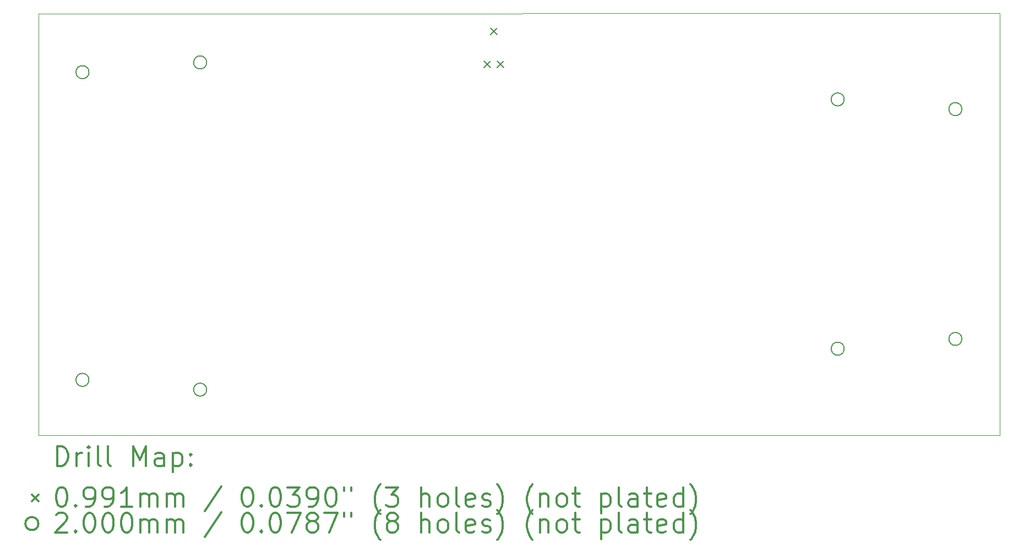
<source format=gbr>
%FSLAX45Y45*%
G04 Gerber Fmt 4.5, Leading zero omitted, Abs format (unit mm)*
G04 Created by KiCad (PCBNEW 5.1.10-1.fc34) date 2021-07-05 17:19:39*
%MOMM*%
%LPD*%
G01*
G04 APERTURE LIST*
%TA.AperFunction,Profile*%
%ADD10C,0.050000*%
%TD*%
%ADD11C,0.200000*%
%ADD12C,0.300000*%
G04 APERTURE END LIST*
D10*
X21456650Y-12938900D02*
X21456650Y-6438900D01*
X6677550Y-12941200D02*
X21456650Y-12938900D01*
X6677550Y-6441200D02*
X6677550Y-12941200D01*
X21456650Y-6438900D02*
X6677550Y-6441200D01*
D11*
X13528870Y-7177420D02*
X13627930Y-7276480D01*
X13627930Y-7177420D02*
X13528870Y-7276480D01*
X13630470Y-6669420D02*
X13729530Y-6768480D01*
X13729530Y-6669420D02*
X13630470Y-6768480D01*
X13732070Y-7177420D02*
X13831130Y-7276480D01*
X13831130Y-7177420D02*
X13732070Y-7276480D01*
X7452800Y-7345500D02*
G75*
G03*
X7452800Y-7345500I-100000J0D01*
G01*
X7452800Y-12085500D02*
G75*
G03*
X7452800Y-12085500I-100000J0D01*
G01*
X9262800Y-7195500D02*
G75*
G03*
X9262800Y-7195500I-100000J0D01*
G01*
X9262800Y-12235500D02*
G75*
G03*
X9262800Y-12235500I-100000J0D01*
G01*
X19067800Y-7764850D02*
G75*
G03*
X19067800Y-7764850I-100000J0D01*
G01*
X19067800Y-11604850D02*
G75*
G03*
X19067800Y-11604850I-100000J0D01*
G01*
X20877800Y-7914850D02*
G75*
G03*
X20877800Y-7914850I-100000J0D01*
G01*
X20877800Y-11454850D02*
G75*
G03*
X20877800Y-11454850I-100000J0D01*
G01*
D12*
X6961478Y-13409414D02*
X6961478Y-13109414D01*
X7032907Y-13109414D01*
X7075764Y-13123700D01*
X7104336Y-13152271D01*
X7118621Y-13180843D01*
X7132907Y-13237986D01*
X7132907Y-13280843D01*
X7118621Y-13337986D01*
X7104336Y-13366557D01*
X7075764Y-13395129D01*
X7032907Y-13409414D01*
X6961478Y-13409414D01*
X7261478Y-13409414D02*
X7261478Y-13209414D01*
X7261478Y-13266557D02*
X7275764Y-13237986D01*
X7290050Y-13223700D01*
X7318621Y-13209414D01*
X7347193Y-13209414D01*
X7447193Y-13409414D02*
X7447193Y-13209414D01*
X7447193Y-13109414D02*
X7432907Y-13123700D01*
X7447193Y-13137986D01*
X7461478Y-13123700D01*
X7447193Y-13109414D01*
X7447193Y-13137986D01*
X7632907Y-13409414D02*
X7604336Y-13395129D01*
X7590050Y-13366557D01*
X7590050Y-13109414D01*
X7790050Y-13409414D02*
X7761478Y-13395129D01*
X7747193Y-13366557D01*
X7747193Y-13109414D01*
X8132907Y-13409414D02*
X8132907Y-13109414D01*
X8232907Y-13323700D01*
X8332907Y-13109414D01*
X8332907Y-13409414D01*
X8604336Y-13409414D02*
X8604336Y-13252271D01*
X8590050Y-13223700D01*
X8561478Y-13209414D01*
X8504336Y-13209414D01*
X8475764Y-13223700D01*
X8604336Y-13395129D02*
X8575764Y-13409414D01*
X8504336Y-13409414D01*
X8475764Y-13395129D01*
X8461478Y-13366557D01*
X8461478Y-13337986D01*
X8475764Y-13309414D01*
X8504336Y-13295129D01*
X8575764Y-13295129D01*
X8604336Y-13280843D01*
X8747193Y-13209414D02*
X8747193Y-13509414D01*
X8747193Y-13223700D02*
X8775764Y-13209414D01*
X8832907Y-13209414D01*
X8861478Y-13223700D01*
X8875764Y-13237986D01*
X8890050Y-13266557D01*
X8890050Y-13352271D01*
X8875764Y-13380843D01*
X8861478Y-13395129D01*
X8832907Y-13409414D01*
X8775764Y-13409414D01*
X8747193Y-13395129D01*
X9018621Y-13380843D02*
X9032907Y-13395129D01*
X9018621Y-13409414D01*
X9004336Y-13395129D01*
X9018621Y-13380843D01*
X9018621Y-13409414D01*
X9018621Y-13223700D02*
X9032907Y-13237986D01*
X9018621Y-13252271D01*
X9004336Y-13237986D01*
X9018621Y-13223700D01*
X9018621Y-13252271D01*
X6575990Y-13854170D02*
X6675050Y-13953230D01*
X6675050Y-13854170D02*
X6575990Y-13953230D01*
X7018621Y-13739414D02*
X7047193Y-13739414D01*
X7075764Y-13753700D01*
X7090050Y-13767986D01*
X7104336Y-13796557D01*
X7118621Y-13853700D01*
X7118621Y-13925129D01*
X7104336Y-13982271D01*
X7090050Y-14010843D01*
X7075764Y-14025129D01*
X7047193Y-14039414D01*
X7018621Y-14039414D01*
X6990050Y-14025129D01*
X6975764Y-14010843D01*
X6961478Y-13982271D01*
X6947193Y-13925129D01*
X6947193Y-13853700D01*
X6961478Y-13796557D01*
X6975764Y-13767986D01*
X6990050Y-13753700D01*
X7018621Y-13739414D01*
X7247193Y-14010843D02*
X7261478Y-14025129D01*
X7247193Y-14039414D01*
X7232907Y-14025129D01*
X7247193Y-14010843D01*
X7247193Y-14039414D01*
X7404336Y-14039414D02*
X7461478Y-14039414D01*
X7490050Y-14025129D01*
X7504336Y-14010843D01*
X7532907Y-13967986D01*
X7547193Y-13910843D01*
X7547193Y-13796557D01*
X7532907Y-13767986D01*
X7518621Y-13753700D01*
X7490050Y-13739414D01*
X7432907Y-13739414D01*
X7404336Y-13753700D01*
X7390050Y-13767986D01*
X7375764Y-13796557D01*
X7375764Y-13867986D01*
X7390050Y-13896557D01*
X7404336Y-13910843D01*
X7432907Y-13925129D01*
X7490050Y-13925129D01*
X7518621Y-13910843D01*
X7532907Y-13896557D01*
X7547193Y-13867986D01*
X7690050Y-14039414D02*
X7747193Y-14039414D01*
X7775764Y-14025129D01*
X7790050Y-14010843D01*
X7818621Y-13967986D01*
X7832907Y-13910843D01*
X7832907Y-13796557D01*
X7818621Y-13767986D01*
X7804336Y-13753700D01*
X7775764Y-13739414D01*
X7718621Y-13739414D01*
X7690050Y-13753700D01*
X7675764Y-13767986D01*
X7661478Y-13796557D01*
X7661478Y-13867986D01*
X7675764Y-13896557D01*
X7690050Y-13910843D01*
X7718621Y-13925129D01*
X7775764Y-13925129D01*
X7804336Y-13910843D01*
X7818621Y-13896557D01*
X7832907Y-13867986D01*
X8118621Y-14039414D02*
X7947193Y-14039414D01*
X8032907Y-14039414D02*
X8032907Y-13739414D01*
X8004336Y-13782271D01*
X7975764Y-13810843D01*
X7947193Y-13825129D01*
X8247193Y-14039414D02*
X8247193Y-13839414D01*
X8247193Y-13867986D02*
X8261478Y-13853700D01*
X8290050Y-13839414D01*
X8332907Y-13839414D01*
X8361478Y-13853700D01*
X8375764Y-13882271D01*
X8375764Y-14039414D01*
X8375764Y-13882271D02*
X8390050Y-13853700D01*
X8418621Y-13839414D01*
X8461478Y-13839414D01*
X8490050Y-13853700D01*
X8504336Y-13882271D01*
X8504336Y-14039414D01*
X8647193Y-14039414D02*
X8647193Y-13839414D01*
X8647193Y-13867986D02*
X8661478Y-13853700D01*
X8690050Y-13839414D01*
X8732907Y-13839414D01*
X8761478Y-13853700D01*
X8775764Y-13882271D01*
X8775764Y-14039414D01*
X8775764Y-13882271D02*
X8790050Y-13853700D01*
X8818621Y-13839414D01*
X8861478Y-13839414D01*
X8890050Y-13853700D01*
X8904336Y-13882271D01*
X8904336Y-14039414D01*
X9490050Y-13725129D02*
X9232907Y-14110843D01*
X9875764Y-13739414D02*
X9904336Y-13739414D01*
X9932907Y-13753700D01*
X9947193Y-13767986D01*
X9961478Y-13796557D01*
X9975764Y-13853700D01*
X9975764Y-13925129D01*
X9961478Y-13982271D01*
X9947193Y-14010843D01*
X9932907Y-14025129D01*
X9904336Y-14039414D01*
X9875764Y-14039414D01*
X9847193Y-14025129D01*
X9832907Y-14010843D01*
X9818621Y-13982271D01*
X9804336Y-13925129D01*
X9804336Y-13853700D01*
X9818621Y-13796557D01*
X9832907Y-13767986D01*
X9847193Y-13753700D01*
X9875764Y-13739414D01*
X10104336Y-14010843D02*
X10118621Y-14025129D01*
X10104336Y-14039414D01*
X10090050Y-14025129D01*
X10104336Y-14010843D01*
X10104336Y-14039414D01*
X10304336Y-13739414D02*
X10332907Y-13739414D01*
X10361478Y-13753700D01*
X10375764Y-13767986D01*
X10390050Y-13796557D01*
X10404336Y-13853700D01*
X10404336Y-13925129D01*
X10390050Y-13982271D01*
X10375764Y-14010843D01*
X10361478Y-14025129D01*
X10332907Y-14039414D01*
X10304336Y-14039414D01*
X10275764Y-14025129D01*
X10261478Y-14010843D01*
X10247193Y-13982271D01*
X10232907Y-13925129D01*
X10232907Y-13853700D01*
X10247193Y-13796557D01*
X10261478Y-13767986D01*
X10275764Y-13753700D01*
X10304336Y-13739414D01*
X10504336Y-13739414D02*
X10690050Y-13739414D01*
X10590050Y-13853700D01*
X10632907Y-13853700D01*
X10661478Y-13867986D01*
X10675764Y-13882271D01*
X10690050Y-13910843D01*
X10690050Y-13982271D01*
X10675764Y-14010843D01*
X10661478Y-14025129D01*
X10632907Y-14039414D01*
X10547193Y-14039414D01*
X10518621Y-14025129D01*
X10504336Y-14010843D01*
X10832907Y-14039414D02*
X10890050Y-14039414D01*
X10918621Y-14025129D01*
X10932907Y-14010843D01*
X10961478Y-13967986D01*
X10975764Y-13910843D01*
X10975764Y-13796557D01*
X10961478Y-13767986D01*
X10947193Y-13753700D01*
X10918621Y-13739414D01*
X10861478Y-13739414D01*
X10832907Y-13753700D01*
X10818621Y-13767986D01*
X10804336Y-13796557D01*
X10804336Y-13867986D01*
X10818621Y-13896557D01*
X10832907Y-13910843D01*
X10861478Y-13925129D01*
X10918621Y-13925129D01*
X10947193Y-13910843D01*
X10961478Y-13896557D01*
X10975764Y-13867986D01*
X11161478Y-13739414D02*
X11190050Y-13739414D01*
X11218621Y-13753700D01*
X11232907Y-13767986D01*
X11247193Y-13796557D01*
X11261478Y-13853700D01*
X11261478Y-13925129D01*
X11247193Y-13982271D01*
X11232907Y-14010843D01*
X11218621Y-14025129D01*
X11190050Y-14039414D01*
X11161478Y-14039414D01*
X11132907Y-14025129D01*
X11118621Y-14010843D01*
X11104336Y-13982271D01*
X11090050Y-13925129D01*
X11090050Y-13853700D01*
X11104336Y-13796557D01*
X11118621Y-13767986D01*
X11132907Y-13753700D01*
X11161478Y-13739414D01*
X11375764Y-13739414D02*
X11375764Y-13796557D01*
X11490050Y-13739414D02*
X11490050Y-13796557D01*
X11932907Y-14153700D02*
X11918621Y-14139414D01*
X11890050Y-14096557D01*
X11875764Y-14067986D01*
X11861478Y-14025129D01*
X11847193Y-13953700D01*
X11847193Y-13896557D01*
X11861478Y-13825129D01*
X11875764Y-13782271D01*
X11890050Y-13753700D01*
X11918621Y-13710843D01*
X11932907Y-13696557D01*
X12018621Y-13739414D02*
X12204336Y-13739414D01*
X12104336Y-13853700D01*
X12147193Y-13853700D01*
X12175764Y-13867986D01*
X12190050Y-13882271D01*
X12204336Y-13910843D01*
X12204336Y-13982271D01*
X12190050Y-14010843D01*
X12175764Y-14025129D01*
X12147193Y-14039414D01*
X12061478Y-14039414D01*
X12032907Y-14025129D01*
X12018621Y-14010843D01*
X12561478Y-14039414D02*
X12561478Y-13739414D01*
X12690050Y-14039414D02*
X12690050Y-13882271D01*
X12675764Y-13853700D01*
X12647193Y-13839414D01*
X12604336Y-13839414D01*
X12575764Y-13853700D01*
X12561478Y-13867986D01*
X12875764Y-14039414D02*
X12847193Y-14025129D01*
X12832907Y-14010843D01*
X12818621Y-13982271D01*
X12818621Y-13896557D01*
X12832907Y-13867986D01*
X12847193Y-13853700D01*
X12875764Y-13839414D01*
X12918621Y-13839414D01*
X12947193Y-13853700D01*
X12961478Y-13867986D01*
X12975764Y-13896557D01*
X12975764Y-13982271D01*
X12961478Y-14010843D01*
X12947193Y-14025129D01*
X12918621Y-14039414D01*
X12875764Y-14039414D01*
X13147193Y-14039414D02*
X13118621Y-14025129D01*
X13104336Y-13996557D01*
X13104336Y-13739414D01*
X13375764Y-14025129D02*
X13347193Y-14039414D01*
X13290050Y-14039414D01*
X13261478Y-14025129D01*
X13247193Y-13996557D01*
X13247193Y-13882271D01*
X13261478Y-13853700D01*
X13290050Y-13839414D01*
X13347193Y-13839414D01*
X13375764Y-13853700D01*
X13390050Y-13882271D01*
X13390050Y-13910843D01*
X13247193Y-13939414D01*
X13504336Y-14025129D02*
X13532907Y-14039414D01*
X13590050Y-14039414D01*
X13618621Y-14025129D01*
X13632907Y-13996557D01*
X13632907Y-13982271D01*
X13618621Y-13953700D01*
X13590050Y-13939414D01*
X13547193Y-13939414D01*
X13518621Y-13925129D01*
X13504336Y-13896557D01*
X13504336Y-13882271D01*
X13518621Y-13853700D01*
X13547193Y-13839414D01*
X13590050Y-13839414D01*
X13618621Y-13853700D01*
X13732907Y-14153700D02*
X13747193Y-14139414D01*
X13775764Y-14096557D01*
X13790050Y-14067986D01*
X13804336Y-14025129D01*
X13818621Y-13953700D01*
X13818621Y-13896557D01*
X13804336Y-13825129D01*
X13790050Y-13782271D01*
X13775764Y-13753700D01*
X13747193Y-13710843D01*
X13732907Y-13696557D01*
X14275764Y-14153700D02*
X14261478Y-14139414D01*
X14232907Y-14096557D01*
X14218621Y-14067986D01*
X14204336Y-14025129D01*
X14190050Y-13953700D01*
X14190050Y-13896557D01*
X14204336Y-13825129D01*
X14218621Y-13782271D01*
X14232907Y-13753700D01*
X14261478Y-13710843D01*
X14275764Y-13696557D01*
X14390050Y-13839414D02*
X14390050Y-14039414D01*
X14390050Y-13867986D02*
X14404336Y-13853700D01*
X14432907Y-13839414D01*
X14475764Y-13839414D01*
X14504336Y-13853700D01*
X14518621Y-13882271D01*
X14518621Y-14039414D01*
X14704336Y-14039414D02*
X14675764Y-14025129D01*
X14661478Y-14010843D01*
X14647193Y-13982271D01*
X14647193Y-13896557D01*
X14661478Y-13867986D01*
X14675764Y-13853700D01*
X14704336Y-13839414D01*
X14747193Y-13839414D01*
X14775764Y-13853700D01*
X14790050Y-13867986D01*
X14804336Y-13896557D01*
X14804336Y-13982271D01*
X14790050Y-14010843D01*
X14775764Y-14025129D01*
X14747193Y-14039414D01*
X14704336Y-14039414D01*
X14890050Y-13839414D02*
X15004336Y-13839414D01*
X14932907Y-13739414D02*
X14932907Y-13996557D01*
X14947193Y-14025129D01*
X14975764Y-14039414D01*
X15004336Y-14039414D01*
X15332907Y-13839414D02*
X15332907Y-14139414D01*
X15332907Y-13853700D02*
X15361478Y-13839414D01*
X15418621Y-13839414D01*
X15447193Y-13853700D01*
X15461478Y-13867986D01*
X15475764Y-13896557D01*
X15475764Y-13982271D01*
X15461478Y-14010843D01*
X15447193Y-14025129D01*
X15418621Y-14039414D01*
X15361478Y-14039414D01*
X15332907Y-14025129D01*
X15647193Y-14039414D02*
X15618621Y-14025129D01*
X15604336Y-13996557D01*
X15604336Y-13739414D01*
X15890050Y-14039414D02*
X15890050Y-13882271D01*
X15875764Y-13853700D01*
X15847193Y-13839414D01*
X15790050Y-13839414D01*
X15761478Y-13853700D01*
X15890050Y-14025129D02*
X15861478Y-14039414D01*
X15790050Y-14039414D01*
X15761478Y-14025129D01*
X15747193Y-13996557D01*
X15747193Y-13967986D01*
X15761478Y-13939414D01*
X15790050Y-13925129D01*
X15861478Y-13925129D01*
X15890050Y-13910843D01*
X15990050Y-13839414D02*
X16104336Y-13839414D01*
X16032907Y-13739414D02*
X16032907Y-13996557D01*
X16047193Y-14025129D01*
X16075764Y-14039414D01*
X16104336Y-14039414D01*
X16318621Y-14025129D02*
X16290050Y-14039414D01*
X16232907Y-14039414D01*
X16204336Y-14025129D01*
X16190050Y-13996557D01*
X16190050Y-13882271D01*
X16204336Y-13853700D01*
X16232907Y-13839414D01*
X16290050Y-13839414D01*
X16318621Y-13853700D01*
X16332907Y-13882271D01*
X16332907Y-13910843D01*
X16190050Y-13939414D01*
X16590050Y-14039414D02*
X16590050Y-13739414D01*
X16590050Y-14025129D02*
X16561478Y-14039414D01*
X16504336Y-14039414D01*
X16475764Y-14025129D01*
X16461478Y-14010843D01*
X16447193Y-13982271D01*
X16447193Y-13896557D01*
X16461478Y-13867986D01*
X16475764Y-13853700D01*
X16504336Y-13839414D01*
X16561478Y-13839414D01*
X16590050Y-13853700D01*
X16704336Y-14153700D02*
X16718621Y-14139414D01*
X16747193Y-14096557D01*
X16761478Y-14067986D01*
X16775764Y-14025129D01*
X16790050Y-13953700D01*
X16790050Y-13896557D01*
X16775764Y-13825129D01*
X16761478Y-13782271D01*
X16747193Y-13753700D01*
X16718621Y-13710843D01*
X16704336Y-13696557D01*
X6675050Y-14299700D02*
G75*
G03*
X6675050Y-14299700I-100000J0D01*
G01*
X6947193Y-14163986D02*
X6961478Y-14149700D01*
X6990050Y-14135414D01*
X7061478Y-14135414D01*
X7090050Y-14149700D01*
X7104336Y-14163986D01*
X7118621Y-14192557D01*
X7118621Y-14221129D01*
X7104336Y-14263986D01*
X6932907Y-14435414D01*
X7118621Y-14435414D01*
X7247193Y-14406843D02*
X7261478Y-14421129D01*
X7247193Y-14435414D01*
X7232907Y-14421129D01*
X7247193Y-14406843D01*
X7247193Y-14435414D01*
X7447193Y-14135414D02*
X7475764Y-14135414D01*
X7504336Y-14149700D01*
X7518621Y-14163986D01*
X7532907Y-14192557D01*
X7547193Y-14249700D01*
X7547193Y-14321129D01*
X7532907Y-14378271D01*
X7518621Y-14406843D01*
X7504336Y-14421129D01*
X7475764Y-14435414D01*
X7447193Y-14435414D01*
X7418621Y-14421129D01*
X7404336Y-14406843D01*
X7390050Y-14378271D01*
X7375764Y-14321129D01*
X7375764Y-14249700D01*
X7390050Y-14192557D01*
X7404336Y-14163986D01*
X7418621Y-14149700D01*
X7447193Y-14135414D01*
X7732907Y-14135414D02*
X7761478Y-14135414D01*
X7790050Y-14149700D01*
X7804336Y-14163986D01*
X7818621Y-14192557D01*
X7832907Y-14249700D01*
X7832907Y-14321129D01*
X7818621Y-14378271D01*
X7804336Y-14406843D01*
X7790050Y-14421129D01*
X7761478Y-14435414D01*
X7732907Y-14435414D01*
X7704336Y-14421129D01*
X7690050Y-14406843D01*
X7675764Y-14378271D01*
X7661478Y-14321129D01*
X7661478Y-14249700D01*
X7675764Y-14192557D01*
X7690050Y-14163986D01*
X7704336Y-14149700D01*
X7732907Y-14135414D01*
X8018621Y-14135414D02*
X8047193Y-14135414D01*
X8075764Y-14149700D01*
X8090050Y-14163986D01*
X8104336Y-14192557D01*
X8118621Y-14249700D01*
X8118621Y-14321129D01*
X8104336Y-14378271D01*
X8090050Y-14406843D01*
X8075764Y-14421129D01*
X8047193Y-14435414D01*
X8018621Y-14435414D01*
X7990050Y-14421129D01*
X7975764Y-14406843D01*
X7961478Y-14378271D01*
X7947193Y-14321129D01*
X7947193Y-14249700D01*
X7961478Y-14192557D01*
X7975764Y-14163986D01*
X7990050Y-14149700D01*
X8018621Y-14135414D01*
X8247193Y-14435414D02*
X8247193Y-14235414D01*
X8247193Y-14263986D02*
X8261478Y-14249700D01*
X8290050Y-14235414D01*
X8332907Y-14235414D01*
X8361478Y-14249700D01*
X8375764Y-14278271D01*
X8375764Y-14435414D01*
X8375764Y-14278271D02*
X8390050Y-14249700D01*
X8418621Y-14235414D01*
X8461478Y-14235414D01*
X8490050Y-14249700D01*
X8504336Y-14278271D01*
X8504336Y-14435414D01*
X8647193Y-14435414D02*
X8647193Y-14235414D01*
X8647193Y-14263986D02*
X8661478Y-14249700D01*
X8690050Y-14235414D01*
X8732907Y-14235414D01*
X8761478Y-14249700D01*
X8775764Y-14278271D01*
X8775764Y-14435414D01*
X8775764Y-14278271D02*
X8790050Y-14249700D01*
X8818621Y-14235414D01*
X8861478Y-14235414D01*
X8890050Y-14249700D01*
X8904336Y-14278271D01*
X8904336Y-14435414D01*
X9490050Y-14121129D02*
X9232907Y-14506843D01*
X9875764Y-14135414D02*
X9904336Y-14135414D01*
X9932907Y-14149700D01*
X9947193Y-14163986D01*
X9961478Y-14192557D01*
X9975764Y-14249700D01*
X9975764Y-14321129D01*
X9961478Y-14378271D01*
X9947193Y-14406843D01*
X9932907Y-14421129D01*
X9904336Y-14435414D01*
X9875764Y-14435414D01*
X9847193Y-14421129D01*
X9832907Y-14406843D01*
X9818621Y-14378271D01*
X9804336Y-14321129D01*
X9804336Y-14249700D01*
X9818621Y-14192557D01*
X9832907Y-14163986D01*
X9847193Y-14149700D01*
X9875764Y-14135414D01*
X10104336Y-14406843D02*
X10118621Y-14421129D01*
X10104336Y-14435414D01*
X10090050Y-14421129D01*
X10104336Y-14406843D01*
X10104336Y-14435414D01*
X10304336Y-14135414D02*
X10332907Y-14135414D01*
X10361478Y-14149700D01*
X10375764Y-14163986D01*
X10390050Y-14192557D01*
X10404336Y-14249700D01*
X10404336Y-14321129D01*
X10390050Y-14378271D01*
X10375764Y-14406843D01*
X10361478Y-14421129D01*
X10332907Y-14435414D01*
X10304336Y-14435414D01*
X10275764Y-14421129D01*
X10261478Y-14406843D01*
X10247193Y-14378271D01*
X10232907Y-14321129D01*
X10232907Y-14249700D01*
X10247193Y-14192557D01*
X10261478Y-14163986D01*
X10275764Y-14149700D01*
X10304336Y-14135414D01*
X10504336Y-14135414D02*
X10704336Y-14135414D01*
X10575764Y-14435414D01*
X10861478Y-14263986D02*
X10832907Y-14249700D01*
X10818621Y-14235414D01*
X10804336Y-14206843D01*
X10804336Y-14192557D01*
X10818621Y-14163986D01*
X10832907Y-14149700D01*
X10861478Y-14135414D01*
X10918621Y-14135414D01*
X10947193Y-14149700D01*
X10961478Y-14163986D01*
X10975764Y-14192557D01*
X10975764Y-14206843D01*
X10961478Y-14235414D01*
X10947193Y-14249700D01*
X10918621Y-14263986D01*
X10861478Y-14263986D01*
X10832907Y-14278271D01*
X10818621Y-14292557D01*
X10804336Y-14321129D01*
X10804336Y-14378271D01*
X10818621Y-14406843D01*
X10832907Y-14421129D01*
X10861478Y-14435414D01*
X10918621Y-14435414D01*
X10947193Y-14421129D01*
X10961478Y-14406843D01*
X10975764Y-14378271D01*
X10975764Y-14321129D01*
X10961478Y-14292557D01*
X10947193Y-14278271D01*
X10918621Y-14263986D01*
X11075764Y-14135414D02*
X11275764Y-14135414D01*
X11147193Y-14435414D01*
X11375764Y-14135414D02*
X11375764Y-14192557D01*
X11490050Y-14135414D02*
X11490050Y-14192557D01*
X11932907Y-14549700D02*
X11918621Y-14535414D01*
X11890050Y-14492557D01*
X11875764Y-14463986D01*
X11861478Y-14421129D01*
X11847193Y-14349700D01*
X11847193Y-14292557D01*
X11861478Y-14221129D01*
X11875764Y-14178271D01*
X11890050Y-14149700D01*
X11918621Y-14106843D01*
X11932907Y-14092557D01*
X12090050Y-14263986D02*
X12061478Y-14249700D01*
X12047193Y-14235414D01*
X12032907Y-14206843D01*
X12032907Y-14192557D01*
X12047193Y-14163986D01*
X12061478Y-14149700D01*
X12090050Y-14135414D01*
X12147193Y-14135414D01*
X12175764Y-14149700D01*
X12190050Y-14163986D01*
X12204336Y-14192557D01*
X12204336Y-14206843D01*
X12190050Y-14235414D01*
X12175764Y-14249700D01*
X12147193Y-14263986D01*
X12090050Y-14263986D01*
X12061478Y-14278271D01*
X12047193Y-14292557D01*
X12032907Y-14321129D01*
X12032907Y-14378271D01*
X12047193Y-14406843D01*
X12061478Y-14421129D01*
X12090050Y-14435414D01*
X12147193Y-14435414D01*
X12175764Y-14421129D01*
X12190050Y-14406843D01*
X12204336Y-14378271D01*
X12204336Y-14321129D01*
X12190050Y-14292557D01*
X12175764Y-14278271D01*
X12147193Y-14263986D01*
X12561478Y-14435414D02*
X12561478Y-14135414D01*
X12690050Y-14435414D02*
X12690050Y-14278271D01*
X12675764Y-14249700D01*
X12647193Y-14235414D01*
X12604336Y-14235414D01*
X12575764Y-14249700D01*
X12561478Y-14263986D01*
X12875764Y-14435414D02*
X12847193Y-14421129D01*
X12832907Y-14406843D01*
X12818621Y-14378271D01*
X12818621Y-14292557D01*
X12832907Y-14263986D01*
X12847193Y-14249700D01*
X12875764Y-14235414D01*
X12918621Y-14235414D01*
X12947193Y-14249700D01*
X12961478Y-14263986D01*
X12975764Y-14292557D01*
X12975764Y-14378271D01*
X12961478Y-14406843D01*
X12947193Y-14421129D01*
X12918621Y-14435414D01*
X12875764Y-14435414D01*
X13147193Y-14435414D02*
X13118621Y-14421129D01*
X13104336Y-14392557D01*
X13104336Y-14135414D01*
X13375764Y-14421129D02*
X13347193Y-14435414D01*
X13290050Y-14435414D01*
X13261478Y-14421129D01*
X13247193Y-14392557D01*
X13247193Y-14278271D01*
X13261478Y-14249700D01*
X13290050Y-14235414D01*
X13347193Y-14235414D01*
X13375764Y-14249700D01*
X13390050Y-14278271D01*
X13390050Y-14306843D01*
X13247193Y-14335414D01*
X13504336Y-14421129D02*
X13532907Y-14435414D01*
X13590050Y-14435414D01*
X13618621Y-14421129D01*
X13632907Y-14392557D01*
X13632907Y-14378271D01*
X13618621Y-14349700D01*
X13590050Y-14335414D01*
X13547193Y-14335414D01*
X13518621Y-14321129D01*
X13504336Y-14292557D01*
X13504336Y-14278271D01*
X13518621Y-14249700D01*
X13547193Y-14235414D01*
X13590050Y-14235414D01*
X13618621Y-14249700D01*
X13732907Y-14549700D02*
X13747193Y-14535414D01*
X13775764Y-14492557D01*
X13790050Y-14463986D01*
X13804336Y-14421129D01*
X13818621Y-14349700D01*
X13818621Y-14292557D01*
X13804336Y-14221129D01*
X13790050Y-14178271D01*
X13775764Y-14149700D01*
X13747193Y-14106843D01*
X13732907Y-14092557D01*
X14275764Y-14549700D02*
X14261478Y-14535414D01*
X14232907Y-14492557D01*
X14218621Y-14463986D01*
X14204336Y-14421129D01*
X14190050Y-14349700D01*
X14190050Y-14292557D01*
X14204336Y-14221129D01*
X14218621Y-14178271D01*
X14232907Y-14149700D01*
X14261478Y-14106843D01*
X14275764Y-14092557D01*
X14390050Y-14235414D02*
X14390050Y-14435414D01*
X14390050Y-14263986D02*
X14404336Y-14249700D01*
X14432907Y-14235414D01*
X14475764Y-14235414D01*
X14504336Y-14249700D01*
X14518621Y-14278271D01*
X14518621Y-14435414D01*
X14704336Y-14435414D02*
X14675764Y-14421129D01*
X14661478Y-14406843D01*
X14647193Y-14378271D01*
X14647193Y-14292557D01*
X14661478Y-14263986D01*
X14675764Y-14249700D01*
X14704336Y-14235414D01*
X14747193Y-14235414D01*
X14775764Y-14249700D01*
X14790050Y-14263986D01*
X14804336Y-14292557D01*
X14804336Y-14378271D01*
X14790050Y-14406843D01*
X14775764Y-14421129D01*
X14747193Y-14435414D01*
X14704336Y-14435414D01*
X14890050Y-14235414D02*
X15004336Y-14235414D01*
X14932907Y-14135414D02*
X14932907Y-14392557D01*
X14947193Y-14421129D01*
X14975764Y-14435414D01*
X15004336Y-14435414D01*
X15332907Y-14235414D02*
X15332907Y-14535414D01*
X15332907Y-14249700D02*
X15361478Y-14235414D01*
X15418621Y-14235414D01*
X15447193Y-14249700D01*
X15461478Y-14263986D01*
X15475764Y-14292557D01*
X15475764Y-14378271D01*
X15461478Y-14406843D01*
X15447193Y-14421129D01*
X15418621Y-14435414D01*
X15361478Y-14435414D01*
X15332907Y-14421129D01*
X15647193Y-14435414D02*
X15618621Y-14421129D01*
X15604336Y-14392557D01*
X15604336Y-14135414D01*
X15890050Y-14435414D02*
X15890050Y-14278271D01*
X15875764Y-14249700D01*
X15847193Y-14235414D01*
X15790050Y-14235414D01*
X15761478Y-14249700D01*
X15890050Y-14421129D02*
X15861478Y-14435414D01*
X15790050Y-14435414D01*
X15761478Y-14421129D01*
X15747193Y-14392557D01*
X15747193Y-14363986D01*
X15761478Y-14335414D01*
X15790050Y-14321129D01*
X15861478Y-14321129D01*
X15890050Y-14306843D01*
X15990050Y-14235414D02*
X16104336Y-14235414D01*
X16032907Y-14135414D02*
X16032907Y-14392557D01*
X16047193Y-14421129D01*
X16075764Y-14435414D01*
X16104336Y-14435414D01*
X16318621Y-14421129D02*
X16290050Y-14435414D01*
X16232907Y-14435414D01*
X16204336Y-14421129D01*
X16190050Y-14392557D01*
X16190050Y-14278271D01*
X16204336Y-14249700D01*
X16232907Y-14235414D01*
X16290050Y-14235414D01*
X16318621Y-14249700D01*
X16332907Y-14278271D01*
X16332907Y-14306843D01*
X16190050Y-14335414D01*
X16590050Y-14435414D02*
X16590050Y-14135414D01*
X16590050Y-14421129D02*
X16561478Y-14435414D01*
X16504336Y-14435414D01*
X16475764Y-14421129D01*
X16461478Y-14406843D01*
X16447193Y-14378271D01*
X16447193Y-14292557D01*
X16461478Y-14263986D01*
X16475764Y-14249700D01*
X16504336Y-14235414D01*
X16561478Y-14235414D01*
X16590050Y-14249700D01*
X16704336Y-14549700D02*
X16718621Y-14535414D01*
X16747193Y-14492557D01*
X16761478Y-14463986D01*
X16775764Y-14421129D01*
X16790050Y-14349700D01*
X16790050Y-14292557D01*
X16775764Y-14221129D01*
X16761478Y-14178271D01*
X16747193Y-14149700D01*
X16718621Y-14106843D01*
X16704336Y-14092557D01*
M02*

</source>
